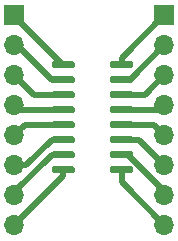
<source format=gbr>
%TF.GenerationSoftware,KiCad,Pcbnew,(5.1.9)-1*%
%TF.CreationDate,2021-09-05T15:11:21+02:00*%
%TF.ProjectId,SOIC-16,534f4943-2d31-4362-9e6b-696361645f70,rev?*%
%TF.SameCoordinates,Original*%
%TF.FileFunction,Copper,L1,Top*%
%TF.FilePolarity,Positive*%
%FSLAX46Y46*%
G04 Gerber Fmt 4.6, Leading zero omitted, Abs format (unit mm)*
G04 Created by KiCad (PCBNEW (5.1.9)-1) date 2021-09-05 15:11:21*
%MOMM*%
%LPD*%
G01*
G04 APERTURE LIST*
%TA.AperFunction,ComponentPad*%
%ADD10O,1.700000X1.700000*%
%TD*%
%TA.AperFunction,ComponentPad*%
%ADD11R,1.700000X1.700000*%
%TD*%
%TA.AperFunction,Conductor*%
%ADD12C,0.500000*%
%TD*%
G04 APERTURE END LIST*
%TO.P,U1,16*%
%TO.N,Net-(J2-Pad1)*%
%TA.AperFunction,SMDPad,CuDef*%
G36*
G01*
X147804000Y-90701000D02*
X147804000Y-90401000D01*
G75*
G02*
X147954000Y-90251000I150000J0D01*
G01*
X149604000Y-90251000D01*
G75*
G02*
X149754000Y-90401000I0J-150000D01*
G01*
X149754000Y-90701000D01*
G75*
G02*
X149604000Y-90851000I-150000J0D01*
G01*
X147954000Y-90851000D01*
G75*
G02*
X147804000Y-90701000I0J150000D01*
G01*
G37*
%TD.AperFunction*%
%TO.P,U1,15*%
%TO.N,Net-(J2-Pad2)*%
%TA.AperFunction,SMDPad,CuDef*%
G36*
G01*
X147804000Y-91971000D02*
X147804000Y-91671000D01*
G75*
G02*
X147954000Y-91521000I150000J0D01*
G01*
X149604000Y-91521000D01*
G75*
G02*
X149754000Y-91671000I0J-150000D01*
G01*
X149754000Y-91971000D01*
G75*
G02*
X149604000Y-92121000I-150000J0D01*
G01*
X147954000Y-92121000D01*
G75*
G02*
X147804000Y-91971000I0J150000D01*
G01*
G37*
%TD.AperFunction*%
%TO.P,U1,14*%
%TO.N,Net-(J2-Pad3)*%
%TA.AperFunction,SMDPad,CuDef*%
G36*
G01*
X147804000Y-93241000D02*
X147804000Y-92941000D01*
G75*
G02*
X147954000Y-92791000I150000J0D01*
G01*
X149604000Y-92791000D01*
G75*
G02*
X149754000Y-92941000I0J-150000D01*
G01*
X149754000Y-93241000D01*
G75*
G02*
X149604000Y-93391000I-150000J0D01*
G01*
X147954000Y-93391000D01*
G75*
G02*
X147804000Y-93241000I0J150000D01*
G01*
G37*
%TD.AperFunction*%
%TO.P,U1,13*%
%TO.N,Net-(J2-Pad4)*%
%TA.AperFunction,SMDPad,CuDef*%
G36*
G01*
X147804000Y-94511000D02*
X147804000Y-94211000D01*
G75*
G02*
X147954000Y-94061000I150000J0D01*
G01*
X149604000Y-94061000D01*
G75*
G02*
X149754000Y-94211000I0J-150000D01*
G01*
X149754000Y-94511000D01*
G75*
G02*
X149604000Y-94661000I-150000J0D01*
G01*
X147954000Y-94661000D01*
G75*
G02*
X147804000Y-94511000I0J150000D01*
G01*
G37*
%TD.AperFunction*%
%TO.P,U1,12*%
%TO.N,Net-(J2-Pad5)*%
%TA.AperFunction,SMDPad,CuDef*%
G36*
G01*
X147804000Y-95781000D02*
X147804000Y-95481000D01*
G75*
G02*
X147954000Y-95331000I150000J0D01*
G01*
X149604000Y-95331000D01*
G75*
G02*
X149754000Y-95481000I0J-150000D01*
G01*
X149754000Y-95781000D01*
G75*
G02*
X149604000Y-95931000I-150000J0D01*
G01*
X147954000Y-95931000D01*
G75*
G02*
X147804000Y-95781000I0J150000D01*
G01*
G37*
%TD.AperFunction*%
%TO.P,U1,11*%
%TO.N,Net-(J2-Pad6)*%
%TA.AperFunction,SMDPad,CuDef*%
G36*
G01*
X147804000Y-97051000D02*
X147804000Y-96751000D01*
G75*
G02*
X147954000Y-96601000I150000J0D01*
G01*
X149604000Y-96601000D01*
G75*
G02*
X149754000Y-96751000I0J-150000D01*
G01*
X149754000Y-97051000D01*
G75*
G02*
X149604000Y-97201000I-150000J0D01*
G01*
X147954000Y-97201000D01*
G75*
G02*
X147804000Y-97051000I0J150000D01*
G01*
G37*
%TD.AperFunction*%
%TO.P,U1,10*%
%TO.N,Net-(J2-Pad7)*%
%TA.AperFunction,SMDPad,CuDef*%
G36*
G01*
X147804000Y-98321000D02*
X147804000Y-98021000D01*
G75*
G02*
X147954000Y-97871000I150000J0D01*
G01*
X149604000Y-97871000D01*
G75*
G02*
X149754000Y-98021000I0J-150000D01*
G01*
X149754000Y-98321000D01*
G75*
G02*
X149604000Y-98471000I-150000J0D01*
G01*
X147954000Y-98471000D01*
G75*
G02*
X147804000Y-98321000I0J150000D01*
G01*
G37*
%TD.AperFunction*%
%TO.P,U1,9*%
%TO.N,Net-(J2-Pad8)*%
%TA.AperFunction,SMDPad,CuDef*%
G36*
G01*
X147804000Y-99591000D02*
X147804000Y-99291000D01*
G75*
G02*
X147954000Y-99141000I150000J0D01*
G01*
X149604000Y-99141000D01*
G75*
G02*
X149754000Y-99291000I0J-150000D01*
G01*
X149754000Y-99591000D01*
G75*
G02*
X149604000Y-99741000I-150000J0D01*
G01*
X147954000Y-99741000D01*
G75*
G02*
X147804000Y-99591000I0J150000D01*
G01*
G37*
%TD.AperFunction*%
%TO.P,U1,8*%
%TO.N,Net-(J1-Pad8)*%
%TA.AperFunction,SMDPad,CuDef*%
G36*
G01*
X142854000Y-99591000D02*
X142854000Y-99291000D01*
G75*
G02*
X143004000Y-99141000I150000J0D01*
G01*
X144654000Y-99141000D01*
G75*
G02*
X144804000Y-99291000I0J-150000D01*
G01*
X144804000Y-99591000D01*
G75*
G02*
X144654000Y-99741000I-150000J0D01*
G01*
X143004000Y-99741000D01*
G75*
G02*
X142854000Y-99591000I0J150000D01*
G01*
G37*
%TD.AperFunction*%
%TO.P,U1,7*%
%TO.N,Net-(J1-Pad7)*%
%TA.AperFunction,SMDPad,CuDef*%
G36*
G01*
X142854000Y-98321000D02*
X142854000Y-98021000D01*
G75*
G02*
X143004000Y-97871000I150000J0D01*
G01*
X144654000Y-97871000D01*
G75*
G02*
X144804000Y-98021000I0J-150000D01*
G01*
X144804000Y-98321000D01*
G75*
G02*
X144654000Y-98471000I-150000J0D01*
G01*
X143004000Y-98471000D01*
G75*
G02*
X142854000Y-98321000I0J150000D01*
G01*
G37*
%TD.AperFunction*%
%TO.P,U1,6*%
%TO.N,Net-(J1-Pad6)*%
%TA.AperFunction,SMDPad,CuDef*%
G36*
G01*
X142854000Y-97051000D02*
X142854000Y-96751000D01*
G75*
G02*
X143004000Y-96601000I150000J0D01*
G01*
X144654000Y-96601000D01*
G75*
G02*
X144804000Y-96751000I0J-150000D01*
G01*
X144804000Y-97051000D01*
G75*
G02*
X144654000Y-97201000I-150000J0D01*
G01*
X143004000Y-97201000D01*
G75*
G02*
X142854000Y-97051000I0J150000D01*
G01*
G37*
%TD.AperFunction*%
%TO.P,U1,5*%
%TO.N,Net-(J1-Pad5)*%
%TA.AperFunction,SMDPad,CuDef*%
G36*
G01*
X142854000Y-95781000D02*
X142854000Y-95481000D01*
G75*
G02*
X143004000Y-95331000I150000J0D01*
G01*
X144654000Y-95331000D01*
G75*
G02*
X144804000Y-95481000I0J-150000D01*
G01*
X144804000Y-95781000D01*
G75*
G02*
X144654000Y-95931000I-150000J0D01*
G01*
X143004000Y-95931000D01*
G75*
G02*
X142854000Y-95781000I0J150000D01*
G01*
G37*
%TD.AperFunction*%
%TO.P,U1,4*%
%TO.N,Net-(J1-Pad4)*%
%TA.AperFunction,SMDPad,CuDef*%
G36*
G01*
X142854000Y-94511000D02*
X142854000Y-94211000D01*
G75*
G02*
X143004000Y-94061000I150000J0D01*
G01*
X144654000Y-94061000D01*
G75*
G02*
X144804000Y-94211000I0J-150000D01*
G01*
X144804000Y-94511000D01*
G75*
G02*
X144654000Y-94661000I-150000J0D01*
G01*
X143004000Y-94661000D01*
G75*
G02*
X142854000Y-94511000I0J150000D01*
G01*
G37*
%TD.AperFunction*%
%TO.P,U1,3*%
%TO.N,Net-(J1-Pad3)*%
%TA.AperFunction,SMDPad,CuDef*%
G36*
G01*
X142854000Y-93241000D02*
X142854000Y-92941000D01*
G75*
G02*
X143004000Y-92791000I150000J0D01*
G01*
X144654000Y-92791000D01*
G75*
G02*
X144804000Y-92941000I0J-150000D01*
G01*
X144804000Y-93241000D01*
G75*
G02*
X144654000Y-93391000I-150000J0D01*
G01*
X143004000Y-93391000D01*
G75*
G02*
X142854000Y-93241000I0J150000D01*
G01*
G37*
%TD.AperFunction*%
%TO.P,U1,2*%
%TO.N,Net-(J1-Pad2)*%
%TA.AperFunction,SMDPad,CuDef*%
G36*
G01*
X142854000Y-91971000D02*
X142854000Y-91671000D01*
G75*
G02*
X143004000Y-91521000I150000J0D01*
G01*
X144654000Y-91521000D01*
G75*
G02*
X144804000Y-91671000I0J-150000D01*
G01*
X144804000Y-91971000D01*
G75*
G02*
X144654000Y-92121000I-150000J0D01*
G01*
X143004000Y-92121000D01*
G75*
G02*
X142854000Y-91971000I0J150000D01*
G01*
G37*
%TD.AperFunction*%
%TO.P,U1,1*%
%TO.N,Net-(J1-Pad1)*%
%TA.AperFunction,SMDPad,CuDef*%
G36*
G01*
X142854000Y-90701000D02*
X142854000Y-90401000D01*
G75*
G02*
X143004000Y-90251000I150000J0D01*
G01*
X144654000Y-90251000D01*
G75*
G02*
X144804000Y-90401000I0J-150000D01*
G01*
X144804000Y-90701000D01*
G75*
G02*
X144654000Y-90851000I-150000J0D01*
G01*
X143004000Y-90851000D01*
G75*
G02*
X142854000Y-90701000I0J150000D01*
G01*
G37*
%TD.AperFunction*%
%TD*%
D10*
%TO.P,J2,8*%
%TO.N,Net-(J2-Pad8)*%
X152400000Y-104140000D03*
%TO.P,J2,7*%
%TO.N,Net-(J2-Pad7)*%
X152400000Y-101600000D03*
%TO.P,J2,6*%
%TO.N,Net-(J2-Pad6)*%
X152400000Y-99060000D03*
%TO.P,J2,5*%
%TO.N,Net-(J2-Pad5)*%
X152400000Y-96520000D03*
%TO.P,J2,4*%
%TO.N,Net-(J2-Pad4)*%
X152400000Y-93980000D03*
%TO.P,J2,3*%
%TO.N,Net-(J2-Pad3)*%
X152400000Y-91440000D03*
%TO.P,J2,2*%
%TO.N,Net-(J2-Pad2)*%
X152400000Y-88900000D03*
D11*
%TO.P,J2,1*%
%TO.N,Net-(J2-Pad1)*%
X152400000Y-86360000D03*
%TD*%
D10*
%TO.P,J1,8*%
%TO.N,Net-(J1-Pad8)*%
X139700000Y-104140000D03*
%TO.P,J1,7*%
%TO.N,Net-(J1-Pad7)*%
X139700000Y-101600000D03*
%TO.P,J1,6*%
%TO.N,Net-(J1-Pad6)*%
X139700000Y-99060000D03*
%TO.P,J1,5*%
%TO.N,Net-(J1-Pad5)*%
X139700000Y-96520000D03*
%TO.P,J1,4*%
%TO.N,Net-(J1-Pad4)*%
X139700000Y-93980000D03*
%TO.P,J1,3*%
%TO.N,Net-(J1-Pad3)*%
X139700000Y-91440000D03*
%TO.P,J1,2*%
%TO.N,Net-(J1-Pad2)*%
X139700000Y-88900000D03*
D11*
%TO.P,J1,1*%
%TO.N,Net-(J1-Pad1)*%
X139700000Y-86360000D03*
%TD*%
D12*
%TO.N,Net-(J1-Pad8)*%
X143829000Y-100011000D02*
X139700000Y-104140000D01*
X143829000Y-99441000D02*
X143829000Y-100011000D01*
%TO.N,Net-(J1-Pad7)*%
X139700000Y-101325000D02*
X139700000Y-101600000D01*
X142854000Y-98171000D02*
X139700000Y-101325000D01*
X143829000Y-98171000D02*
X142854000Y-98171000D01*
%TO.N,Net-(J1-Pad6)*%
X140695000Y-99060000D02*
X139700000Y-99060000D01*
X142854000Y-96901000D02*
X140695000Y-99060000D01*
X143829000Y-96901000D02*
X142854000Y-96901000D01*
%TO.N,Net-(J1-Pad5)*%
X140589000Y-95631000D02*
X139700000Y-96520000D01*
X143829000Y-95631000D02*
X140589000Y-95631000D01*
%TO.N,Net-(J1-Pad4)*%
X140081000Y-94361000D02*
X139700000Y-93980000D01*
X143829000Y-94361000D02*
X140081000Y-94361000D01*
%TO.N,Net-(J1-Pad3)*%
X141351000Y-93091000D02*
X139700000Y-91440000D01*
X143829000Y-93091000D02*
X141351000Y-93091000D01*
%TO.N,Net-(J1-Pad2)*%
X139933000Y-88900000D02*
X139700000Y-88900000D01*
X142854000Y-91821000D02*
X139933000Y-88900000D01*
X143829000Y-91821000D02*
X142854000Y-91821000D01*
%TO.N,Net-(J1-Pad1)*%
X139700000Y-86422000D02*
X139700000Y-86360000D01*
X143829000Y-90551000D02*
X139700000Y-86422000D01*
%TO.N,Net-(J2-Pad8)*%
X148779000Y-100519000D02*
X152400000Y-104140000D01*
X148779000Y-99441000D02*
X148779000Y-100519000D01*
%TO.N,Net-(J2-Pad7)*%
X152400000Y-101238456D02*
X152400000Y-101600000D01*
X149332544Y-98171000D02*
X152400000Y-101238456D01*
X148779000Y-98171000D02*
X149332544Y-98171000D01*
%TO.N,Net-(J2-Pad6)*%
X150241000Y-96901000D02*
X152400000Y-99060000D01*
X148779000Y-96901000D02*
X150241000Y-96901000D01*
%TO.N,Net-(J2-Pad5)*%
X151511000Y-95631000D02*
X152400000Y-96520000D01*
X148779000Y-95631000D02*
X151511000Y-95631000D01*
%TO.N,Net-(J2-Pad4)*%
X152019000Y-94361000D02*
X152400000Y-93980000D01*
X148779000Y-94361000D02*
X152019000Y-94361000D01*
%TO.N,Net-(J2-Pad3)*%
X150749000Y-93091000D02*
X152400000Y-91440000D01*
X148779000Y-93091000D02*
X150749000Y-93091000D01*
%TO.N,Net-(J2-Pad2)*%
X149479000Y-91821000D02*
X152400000Y-88900000D01*
X148779000Y-91821000D02*
X149479000Y-91821000D01*
%TO.N,Net-(J2-Pad1)*%
X148779000Y-89981000D02*
X152400000Y-86360000D01*
X148779000Y-90551000D02*
X148779000Y-89981000D01*
%TD*%
M02*

</source>
